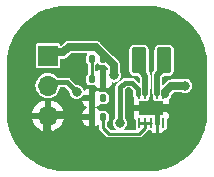
<source format=gbr>
%TF.GenerationSoftware,KiCad,Pcbnew,7.0.9*%
%TF.CreationDate,2024-07-21T15:20:36+08:00*%
%TF.ProjectId,DC-DC boost,44432d44-4320-4626-9f6f-73742e6b6963,rev?*%
%TF.SameCoordinates,Original*%
%TF.FileFunction,Copper,L1,Top*%
%TF.FilePolarity,Positive*%
%FSLAX46Y46*%
G04 Gerber Fmt 4.6, Leading zero omitted, Abs format (unit mm)*
G04 Created by KiCad (PCBNEW 7.0.9) date 2024-07-21 15:20:36*
%MOMM*%
%LPD*%
G01*
G04 APERTURE LIST*
G04 Aperture macros list*
%AMRoundRect*
0 Rectangle with rounded corners*
0 $1 Rounding radius*
0 $2 $3 $4 $5 $6 $7 $8 $9 X,Y pos of 4 corners*
0 Add a 4 corners polygon primitive as box body*
4,1,4,$2,$3,$4,$5,$6,$7,$8,$9,$2,$3,0*
0 Add four circle primitives for the rounded corners*
1,1,$1+$1,$2,$3*
1,1,$1+$1,$4,$5*
1,1,$1+$1,$6,$7*
1,1,$1+$1,$8,$9*
0 Add four rect primitives between the rounded corners*
20,1,$1+$1,$2,$3,$4,$5,0*
20,1,$1+$1,$4,$5,$6,$7,0*
20,1,$1+$1,$6,$7,$8,$9,0*
20,1,$1+$1,$8,$9,$2,$3,0*%
G04 Aperture macros list end*
%TA.AperFunction,SMDPad,CuDef*%
%ADD10RoundRect,0.250000X-0.375000X-0.850000X0.375000X-0.850000X0.375000X0.850000X-0.375000X0.850000X0*%
%TD*%
%TA.AperFunction,SMDPad,CuDef*%
%ADD11RoundRect,0.140000X0.140000X0.170000X-0.140000X0.170000X-0.140000X-0.170000X0.140000X-0.170000X0*%
%TD*%
%TA.AperFunction,ComponentPad*%
%ADD12R,1.700000X1.700000*%
%TD*%
%TA.AperFunction,ComponentPad*%
%ADD13O,1.700000X1.700000*%
%TD*%
%TA.AperFunction,SMDPad,CuDef*%
%ADD14RoundRect,0.140000X-0.140000X-0.170000X0.140000X-0.170000X0.140000X0.170000X-0.140000X0.170000X0*%
%TD*%
%TA.AperFunction,SMDPad,CuDef*%
%ADD15RoundRect,0.062500X-0.062500X0.350000X-0.062500X-0.350000X0.062500X-0.350000X0.062500X0.350000X0*%
%TD*%
%TA.AperFunction,SMDPad,CuDef*%
%ADD16R,2.000000X1.200000*%
%TD*%
%TA.AperFunction,ViaPad*%
%ADD17C,0.800000*%
%TD*%
%TA.AperFunction,Conductor*%
%ADD18C,0.500000*%
%TD*%
%TA.AperFunction,Conductor*%
%ADD19C,0.250000*%
%TD*%
%TA.AperFunction,Conductor*%
%ADD20C,0.650000*%
%TD*%
%TA.AperFunction,Conductor*%
%ADD21C,0.400000*%
%TD*%
G04 APERTURE END LIST*
D10*
%TO.P,FTC252012S1R5MBCA1,1,1*%
%TO.N,Net-(U1-L1)*%
X126200000Y-84600000D03*
%TO.P,FTC252012S1R5MBCA1,2,2*%
%TO.N,Net-(U1-L2)*%
X128350000Y-84600000D03*
%TD*%
D11*
%TO.P,C2,1*%
%TO.N,Net-(U1-EN)*%
X123160000Y-89400000D03*
%TO.P,C2,2*%
%TO.N,Net-(J1-Pin_3)*%
X122200000Y-89400000D03*
%TD*%
D12*
%TO.P,J1,1,Pin_1*%
%TO.N,Net-(J1-Pin_1)*%
X118500000Y-84200000D03*
D13*
%TO.P,J1,2,Pin_2*%
%TO.N,Net-(J1-Pin_2)*%
X118500000Y-86740000D03*
%TO.P,J1,3,Pin_3*%
%TO.N,Net-(J1-Pin_3)*%
X118500000Y-89280000D03*
%TD*%
D11*
%TO.P,C1,1*%
%TO.N,Net-(J1-Pin_2)*%
X123160000Y-87800000D03*
%TO.P,C1,2*%
%TO.N,Net-(J1-Pin_3)*%
X122200000Y-87800000D03*
%TD*%
%TO.P,C3,1*%
%TO.N,Net-(J1-Pin_1)*%
X123160000Y-84500000D03*
%TO.P,C3,2*%
%TO.N,Net-(C3-Pad2)*%
X122200000Y-84500000D03*
%TD*%
D14*
%TO.P,C4,1*%
%TO.N,Net-(C3-Pad2)*%
X122200000Y-86200000D03*
%TO.P,C4,2*%
%TO.N,Net-(J1-Pin_3)*%
X123160000Y-86200000D03*
%TD*%
D15*
%TO.P,U1,1,VOUT*%
%TO.N,Net-(J1-Pin_1)*%
X128250000Y-87462500D03*
%TO.P,U1,2,L2*%
%TO.N,Net-(U1-L2)*%
X127750000Y-87462500D03*
%TO.P,U1,3,PGND*%
%TO.N,Net-(J1-Pin_3)*%
X127250000Y-87462500D03*
%TO.P,U1,4,L1*%
%TO.N,Net-(U1-L1)*%
X126750000Y-87462500D03*
%TO.P,U1,5,VIN*%
%TO.N,Net-(J1-Pin_2)*%
X126250000Y-87462500D03*
%TO.P,U1,6,EN*%
%TO.N,Net-(U1-EN)*%
X126250000Y-89887500D03*
%TO.P,U1,7,PS/SYNC*%
X126750000Y-89887500D03*
%TO.P,U1,8,VINA*%
X127250000Y-89887500D03*
%TO.P,U1,9,GND*%
%TO.N,Net-(J1-Pin_3)*%
X127750000Y-89887500D03*
%TO.P,U1,10,FB*%
%TO.N,Net-(J1-Pin_1)*%
X128250000Y-89887500D03*
D16*
%TO.P,U1,11,PGND*%
%TO.N,Net-(J1-Pin_3)*%
X127250000Y-88675000D03*
%TD*%
D17*
%TO.N,Net-(J1-Pin_1)*%
X124075000Y-85875000D03*
X130125000Y-86750000D03*
%TO.N,Net-(J1-Pin_2)*%
X124600000Y-89900000D03*
X120925000Y-87275000D03*
%TD*%
D18*
%TO.N,Net-(U1-L2)*%
X128070000Y-85505000D02*
X127750000Y-85825000D01*
X127750000Y-85825000D02*
X127750000Y-87462500D01*
X128070000Y-83725000D02*
X128070000Y-85505000D01*
%TO.N,Net-(U1-L1)*%
X125920000Y-85070000D02*
X126750000Y-85900000D01*
X125920000Y-83725000D02*
X125920000Y-85070000D01*
X126750000Y-85900000D02*
X126750000Y-87462500D01*
D19*
%TO.N,Net-(U1-EN)*%
X126250000Y-90800000D02*
X126750000Y-90299999D01*
X123160000Y-90310000D02*
X123160000Y-89400000D01*
X126750000Y-89887500D02*
X126250000Y-89887500D01*
X123650000Y-90800000D02*
X123160000Y-90310000D01*
X126750000Y-90299999D02*
X126750000Y-89887500D01*
X123650000Y-90800000D02*
X126250000Y-90800000D01*
X127250000Y-89887500D02*
X126750000Y-89887500D01*
%TO.N,Net-(C3-Pad2)*%
X122200000Y-86200000D02*
X122200000Y-84500000D01*
D20*
%TO.N,Net-(J1-Pin_1)*%
X128400000Y-87312500D02*
X128400000Y-87462500D01*
X118400000Y-83935000D02*
X119815000Y-83935000D01*
X119815000Y-83935000D02*
X120255000Y-83495000D01*
X128962500Y-86750000D02*
X128400000Y-87312500D01*
X122559999Y-83495000D02*
X123682500Y-84617500D01*
X130125000Y-86750000D02*
X128962500Y-86750000D01*
X124075000Y-85010001D02*
X124075000Y-85875000D01*
X122250000Y-83495000D02*
X122559999Y-83495000D01*
X120255000Y-83495000D02*
X122250000Y-83495000D01*
X123682500Y-84617500D02*
X124075000Y-85010001D01*
D21*
%TO.N,Net-(J1-Pin_2)*%
X118400000Y-86475000D02*
X120125000Y-86475000D01*
X125600000Y-86500000D02*
X126100000Y-87000000D01*
X124600000Y-89900000D02*
X124600000Y-86900000D01*
X125000000Y-86500000D02*
X125600000Y-86500000D01*
X126100000Y-87000000D02*
X126100000Y-87462500D01*
X120125000Y-86475000D02*
X120925000Y-87275000D01*
X124600000Y-86900000D02*
X125000000Y-86500000D01*
D20*
%TO.N,Net-(J1-Pin_3)*%
X128650000Y-88675000D02*
X129325000Y-89350000D01*
D19*
X121300000Y-89400000D02*
X120900000Y-89000000D01*
D20*
X129325000Y-90825000D02*
X128100000Y-92050000D01*
D19*
X123160000Y-86840000D02*
X123160000Y-86200000D01*
D20*
X127250000Y-88675000D02*
X128650000Y-88675000D01*
D19*
X122500000Y-87000000D02*
X123000000Y-87000000D01*
D20*
X128100000Y-92050000D02*
X119850000Y-92050000D01*
D19*
X123000000Y-87000000D02*
X123160000Y-86840000D01*
X120900000Y-89000000D02*
X120885000Y-89015000D01*
D20*
X119850000Y-92050000D02*
X118400000Y-90600000D01*
X129325000Y-89350000D02*
X129325000Y-90825000D01*
D19*
X122200000Y-87800000D02*
X122200000Y-87300000D01*
X122200000Y-87300000D02*
X122500000Y-87000000D01*
D20*
X118400000Y-90600000D02*
X118400000Y-89015000D01*
D19*
X127750000Y-89175000D02*
X127250000Y-88675000D01*
D21*
X127750000Y-89887500D02*
X127750000Y-89175000D01*
D19*
X122200000Y-89400000D02*
X121300000Y-89400000D01*
X120885000Y-89015000D02*
X118400000Y-89015000D01*
X122200000Y-89400000D02*
X122200000Y-87800000D01*
X127250000Y-87462500D02*
X127250000Y-88675000D01*
%TD*%
%TA.AperFunction,Conductor*%
%TO.N,Net-(J1-Pin_3)*%
G36*
X127000995Y-80000541D02*
G01*
X127024393Y-80001508D01*
X127539239Y-80033376D01*
X127540707Y-80033512D01*
X127636782Y-80045488D01*
X127814127Y-80068835D01*
X127873690Y-80079338D01*
X128054283Y-80117204D01*
X128138541Y-80135884D01*
X128240829Y-80158561D01*
X128248408Y-80160592D01*
X128276173Y-80168033D01*
X128369361Y-80195775D01*
X128464559Y-80224117D01*
X128518969Y-80241272D01*
X128658071Y-80285132D01*
X128665330Y-80287773D01*
X128864496Y-80365488D01*
X129053834Y-80443916D01*
X129055217Y-80444539D01*
X129250991Y-80540247D01*
X129432954Y-80634971D01*
X129432958Y-80634973D01*
X129434186Y-80635658D01*
X129528913Y-80692102D01*
X129621387Y-80747205D01*
X129794476Y-80857474D01*
X129794482Y-80857478D01*
X129795551Y-80858199D01*
X129972924Y-80984841D01*
X130135842Y-81109853D01*
X130136736Y-81110574D01*
X130303061Y-81251444D01*
X130454895Y-81390574D01*
X130609424Y-81545103D01*
X130748556Y-81696939D01*
X130889422Y-81863259D01*
X130890141Y-81864151D01*
X131015156Y-82027074D01*
X131015171Y-82027093D01*
X131141792Y-82204438D01*
X131142515Y-82205511D01*
X131252802Y-82378625D01*
X131364330Y-82565792D01*
X131365015Y-82567020D01*
X131459759Y-82749022D01*
X131555454Y-82944771D01*
X131556078Y-82946156D01*
X131634532Y-83135556D01*
X131699616Y-83302353D01*
X131712215Y-83334640D01*
X131714867Y-83341929D01*
X131775908Y-83535527D01*
X131831956Y-83723785D01*
X131841436Y-83759162D01*
X131841436Y-83759163D01*
X131882821Y-83945841D01*
X131920659Y-84126298D01*
X131931161Y-84185856D01*
X131954524Y-84363325D01*
X131976271Y-84537784D01*
X131983352Y-84618723D01*
X131990520Y-84782894D01*
X131999500Y-85000000D01*
X131999500Y-86676049D01*
X131997749Y-89042312D01*
X131990521Y-89217082D01*
X131983352Y-89381276D01*
X131976270Y-89462218D01*
X131954527Y-89636656D01*
X131931161Y-89814143D01*
X131920658Y-89873707D01*
X131882825Y-90054139D01*
X131841436Y-90240836D01*
X131831957Y-90276207D01*
X131775914Y-90464454D01*
X131714867Y-90658072D01*
X131712207Y-90665376D01*
X131634539Y-90864425D01*
X131556076Y-91053847D01*
X131555452Y-91055232D01*
X131459767Y-91250960D01*
X131365011Y-91432984D01*
X131364326Y-91434212D01*
X131252811Y-91621359D01*
X131142509Y-91794496D01*
X131141786Y-91795568D01*
X131015181Y-91972891D01*
X130890156Y-92135829D01*
X130889414Y-92136749D01*
X130748567Y-92303047D01*
X130609413Y-92454907D01*
X130454907Y-92609413D01*
X130303047Y-92748567D01*
X130136749Y-92889414D01*
X130135829Y-92890156D01*
X129972891Y-93015181D01*
X129795568Y-93141786D01*
X129794496Y-93142509D01*
X129621359Y-93252811D01*
X129434212Y-93364326D01*
X129432984Y-93365011D01*
X129250960Y-93459767D01*
X129055232Y-93555452D01*
X129053847Y-93556076D01*
X128864425Y-93634539D01*
X128665376Y-93712207D01*
X128658072Y-93714867D01*
X128464454Y-93775914D01*
X128276207Y-93831957D01*
X128240836Y-93841436D01*
X128054139Y-93882825D01*
X127873707Y-93920658D01*
X127814143Y-93931161D01*
X127636656Y-93954527D01*
X127462218Y-93976270D01*
X127381276Y-93983352D01*
X127217094Y-93990520D01*
X127000000Y-93999500D01*
X120000000Y-93999500D01*
X119782894Y-93990520D01*
X119618723Y-93983352D01*
X119537784Y-93976271D01*
X119363325Y-93954524D01*
X119233865Y-93937481D01*
X119185858Y-93931161D01*
X119155790Y-93925859D01*
X119126293Y-93920658D01*
X118945841Y-93882821D01*
X118759163Y-93841436D01*
X118723789Y-93831957D01*
X118669468Y-93815784D01*
X118535527Y-93775908D01*
X118341929Y-93714867D01*
X118336200Y-93712782D01*
X118334632Y-93712211D01*
X118206985Y-93662404D01*
X118135556Y-93634532D01*
X117946156Y-93556078D01*
X117944771Y-93555454D01*
X117749022Y-93459759D01*
X117567020Y-93365015D01*
X117565804Y-93364337D01*
X117378625Y-93252802D01*
X117205511Y-93142515D01*
X117204438Y-93141792D01*
X117027087Y-93015166D01*
X116990397Y-92987013D01*
X116896554Y-92915005D01*
X116793314Y-92830180D01*
X116729606Y-92776224D01*
X116696933Y-92748551D01*
X116545103Y-92609424D01*
X116390574Y-92454895D01*
X116251444Y-92303061D01*
X116110574Y-92136736D01*
X116109853Y-92135842D01*
X115984832Y-91972911D01*
X115858202Y-91795555D01*
X115857487Y-91794496D01*
X115747194Y-91621369D01*
X115635658Y-91434186D01*
X115634973Y-91432958D01*
X115540248Y-91250993D01*
X115444539Y-91055217D01*
X115443916Y-91053834D01*
X115365488Y-90864496D01*
X115287773Y-90665330D01*
X115285132Y-90658071D01*
X115230638Y-90485239D01*
X115224117Y-90464559D01*
X115187069Y-90340117D01*
X115168033Y-90276173D01*
X115158563Y-90240836D01*
X115117206Y-90054291D01*
X115079338Y-89873690D01*
X115068835Y-89814122D01*
X115063928Y-89776852D01*
X115057713Y-89729644D01*
X115045487Y-89636770D01*
X115032178Y-89530000D01*
X117169363Y-89530000D01*
X117226566Y-89743483D01*
X117226568Y-89743488D01*
X117326398Y-89957577D01*
X117326405Y-89957589D01*
X117461885Y-90151072D01*
X117461891Y-90151079D01*
X117628920Y-90318108D01*
X117628927Y-90318114D01*
X117822410Y-90453594D01*
X117822422Y-90453601D01*
X118036511Y-90553431D01*
X118036516Y-90553433D01*
X118250000Y-90610634D01*
X118250000Y-89715501D01*
X118357685Y-89764680D01*
X118464237Y-89780000D01*
X118535763Y-89780000D01*
X118642315Y-89764680D01*
X118750000Y-89715501D01*
X118750000Y-90610634D01*
X118963483Y-90553433D01*
X118963488Y-90553431D01*
X119177577Y-90453601D01*
X119177589Y-90453594D01*
X119371072Y-90318114D01*
X119371079Y-90318108D01*
X119538108Y-90151079D01*
X119538114Y-90151072D01*
X119673594Y-89957589D01*
X119673601Y-89957577D01*
X119773431Y-89743488D01*
X119773433Y-89743483D01*
X119798482Y-89650000D01*
X121421210Y-89650000D01*
X121422854Y-89670913D01*
X121467969Y-89826198D01*
X121550277Y-89965373D01*
X121550281Y-89965378D01*
X121664621Y-90079718D01*
X121664626Y-90079722D01*
X121803802Y-90162031D01*
X121949999Y-90204505D01*
X121950000Y-90204504D01*
X121950000Y-89650000D01*
X121421210Y-89650000D01*
X119798482Y-89650000D01*
X119830636Y-89530000D01*
X118933686Y-89530000D01*
X118959493Y-89489844D01*
X119000000Y-89351889D01*
X119000000Y-89208111D01*
X118982937Y-89149999D01*
X121421208Y-89149999D01*
X121421209Y-89150000D01*
X121950000Y-89150000D01*
X121950000Y-88050000D01*
X121421210Y-88050000D01*
X121422854Y-88070913D01*
X121467969Y-88226198D01*
X121550277Y-88365373D01*
X121550281Y-88365378D01*
X121664621Y-88479718D01*
X121664626Y-88479722D01*
X121796688Y-88557824D01*
X121819206Y-88587814D01*
X121813921Y-88624943D01*
X121796688Y-88642176D01*
X121664626Y-88720277D01*
X121664621Y-88720281D01*
X121550281Y-88834621D01*
X121550277Y-88834626D01*
X121467969Y-88973801D01*
X121422854Y-89129085D01*
X121422854Y-89129086D01*
X121421208Y-89149999D01*
X118982937Y-89149999D01*
X118959493Y-89070156D01*
X118933686Y-89030000D01*
X119830636Y-89030000D01*
X119830636Y-89029999D01*
X119773433Y-88816516D01*
X119773432Y-88816511D01*
X119673601Y-88602423D01*
X119673594Y-88602411D01*
X119538114Y-88408927D01*
X119538108Y-88408920D01*
X119371079Y-88241891D01*
X119371072Y-88241885D01*
X119177589Y-88106405D01*
X119177577Y-88106398D01*
X118963488Y-88006568D01*
X118963483Y-88006566D01*
X118750000Y-87949363D01*
X118750000Y-88844498D01*
X118642315Y-88795320D01*
X118535763Y-88780000D01*
X118464237Y-88780000D01*
X118357685Y-88795320D01*
X118250000Y-88844498D01*
X118250000Y-87949363D01*
X118249999Y-87949363D01*
X118036516Y-88006566D01*
X118036511Y-88006567D01*
X117822423Y-88106398D01*
X117822411Y-88106405D01*
X117628927Y-88241885D01*
X117628920Y-88241891D01*
X117461891Y-88408920D01*
X117461885Y-88408927D01*
X117326405Y-88602411D01*
X117326398Y-88602423D01*
X117226567Y-88816511D01*
X117226566Y-88816516D01*
X117169363Y-89029999D01*
X117169364Y-89030000D01*
X118066314Y-89030000D01*
X118040507Y-89070156D01*
X118000000Y-89208111D01*
X118000000Y-89351889D01*
X118040507Y-89489844D01*
X118066314Y-89530000D01*
X117169363Y-89530000D01*
X115032178Y-89530000D01*
X115023725Y-89462188D01*
X115016743Y-89382373D01*
X115016647Y-89381276D01*
X115009489Y-89217342D01*
X115009478Y-89217082D01*
X115000500Y-89000000D01*
X115000500Y-88999500D01*
X115000500Y-86740000D01*
X117444417Y-86740000D01*
X117464700Y-86945934D01*
X117524768Y-87143954D01*
X117622315Y-87326450D01*
X117753590Y-87486410D01*
X117913550Y-87617685D01*
X118096046Y-87715232D01*
X118294066Y-87775300D01*
X118500000Y-87795583D01*
X118705934Y-87775300D01*
X118903954Y-87715232D01*
X119086450Y-87617685D01*
X119246410Y-87486410D01*
X119377685Y-87326450D01*
X119475232Y-87143954D01*
X119535300Y-86945934D01*
X119537884Y-86919696D01*
X119555563Y-86886622D01*
X119586648Y-86875500D01*
X119938811Y-86875500D01*
X119973459Y-86889852D01*
X120306801Y-87223194D01*
X120321153Y-87257842D01*
X120320734Y-87264234D01*
X120319318Y-87274996D01*
X120319318Y-87274998D01*
X120319318Y-87275000D01*
X120322086Y-87296028D01*
X120339955Y-87431761D01*
X120400461Y-87577836D01*
X120400464Y-87577841D01*
X120494845Y-87700842D01*
X120496718Y-87703282D01*
X120622159Y-87799536D01*
X120622161Y-87799536D01*
X120622163Y-87799538D01*
X120702728Y-87832909D01*
X120768238Y-87860044D01*
X120925000Y-87880682D01*
X121081762Y-87860044D01*
X121227841Y-87799536D01*
X121353282Y-87703282D01*
X121449536Y-87577841D01*
X121449538Y-87577834D01*
X121451144Y-87575056D01*
X121452783Y-87576002D01*
X121475060Y-87553729D01*
X121493809Y-87550000D01*
X121950000Y-87550000D01*
X121950000Y-86995494D01*
X121949999Y-86995493D01*
X121803801Y-87037969D01*
X121664626Y-87120277D01*
X121664620Y-87120282D01*
X121598524Y-87186378D01*
X121563876Y-87200730D01*
X121529228Y-87186378D01*
X121515295Y-87158125D01*
X121513429Y-87143954D01*
X121510044Y-87118238D01*
X121449538Y-86972163D01*
X121449535Y-86972158D01*
X121441764Y-86962031D01*
X121353282Y-86846718D01*
X121295542Y-86802413D01*
X121227841Y-86750464D01*
X121227836Y-86750461D01*
X121081761Y-86689955D01*
X120945637Y-86672034D01*
X120925000Y-86669318D01*
X120924999Y-86669318D01*
X120924996Y-86669318D01*
X120914234Y-86670734D01*
X120878010Y-86661025D01*
X120873194Y-86656801D01*
X120385311Y-86168917D01*
X120385282Y-86168890D01*
X120363343Y-86146951D01*
X120363342Y-86146950D01*
X120338340Y-86134210D01*
X120331789Y-86130195D01*
X120309090Y-86113703D01*
X120282403Y-86105032D01*
X120275300Y-86102090D01*
X120250303Y-86089353D01*
X120250304Y-86089353D01*
X120222589Y-86084963D01*
X120215118Y-86083170D01*
X120200763Y-86078506D01*
X120188434Y-86074500D01*
X120188433Y-86074500D01*
X120156519Y-86074500D01*
X119335986Y-86074500D01*
X119301338Y-86060148D01*
X119298109Y-86056585D01*
X119246412Y-85993592D01*
X119242159Y-85990102D01*
X119086450Y-85862315D01*
X118905720Y-85765712D01*
X118903956Y-85764769D01*
X118903955Y-85764768D01*
X118903954Y-85764768D01*
X118705934Y-85704700D01*
X118500000Y-85684417D01*
X118294065Y-85704700D01*
X118294064Y-85704700D01*
X118096043Y-85764769D01*
X117913548Y-85862316D01*
X117753590Y-85993590D01*
X117622316Y-86153548D01*
X117524769Y-86336043D01*
X117464700Y-86534064D01*
X117464700Y-86534065D01*
X117445830Y-86725658D01*
X117444417Y-86740000D01*
X115000500Y-86740000D01*
X115000500Y-85069748D01*
X117449500Y-85069748D01*
X117461133Y-85128231D01*
X117478882Y-85154795D01*
X117505447Y-85194552D01*
X117532012Y-85212301D01*
X117571769Y-85238867D01*
X117630252Y-85250500D01*
X117630255Y-85250500D01*
X119369745Y-85250500D01*
X119369748Y-85250500D01*
X119428231Y-85238867D01*
X119494552Y-85194552D01*
X119538867Y-85128231D01*
X119550500Y-85069748D01*
X119550500Y-84509500D01*
X119564852Y-84474852D01*
X119599500Y-84460500D01*
X119806016Y-84460500D01*
X119869239Y-84462660D01*
X119869240Y-84462659D01*
X119869245Y-84462660D01*
X119912036Y-84452231D01*
X119914468Y-84451769D01*
X119958111Y-84445771D01*
X119979280Y-84436575D01*
X119987183Y-84433917D01*
X120009594Y-84428457D01*
X120047970Y-84406878D01*
X120050204Y-84405768D01*
X120090609Y-84388219D01*
X120108505Y-84373658D01*
X120115404Y-84368962D01*
X120135512Y-84357658D01*
X120166660Y-84326508D01*
X120168508Y-84324841D01*
X120202665Y-84297054D01*
X120215966Y-84278207D01*
X120221344Y-84271823D01*
X120458317Y-84034852D01*
X120492965Y-84020500D01*
X121769663Y-84020500D01*
X121804311Y-84034852D01*
X121818663Y-84069500D01*
X121804311Y-84104148D01*
X121776777Y-84131681D01*
X121776776Y-84131683D01*
X121726029Y-84240510D01*
X121726028Y-84240511D01*
X121719500Y-84290102D01*
X121719500Y-84709896D01*
X121719501Y-84709901D01*
X121726027Y-84759487D01*
X121776776Y-84868316D01*
X121776777Y-84868318D01*
X121860148Y-84951689D01*
X121874500Y-84986337D01*
X121874500Y-85713663D01*
X121860148Y-85748311D01*
X121776777Y-85831681D01*
X121776776Y-85831683D01*
X121726029Y-85940510D01*
X121726028Y-85940511D01*
X121719500Y-85990102D01*
X121719500Y-86409896D01*
X121719501Y-86409901D01*
X121726027Y-86459487D01*
X121776776Y-86568316D01*
X121776777Y-86568318D01*
X121861681Y-86653222D01*
X121861683Y-86653223D01*
X121861684Y-86653224D01*
X121970513Y-86703972D01*
X122020099Y-86710500D01*
X122379900Y-86710499D01*
X122429487Y-86703972D01*
X122429495Y-86703968D01*
X122430891Y-86703562D01*
X122431827Y-86703664D01*
X122433205Y-86703483D01*
X122433249Y-86703819D01*
X122468172Y-86707636D01*
X122486790Y-86725658D01*
X122510277Y-86765373D01*
X122510281Y-86765378D01*
X122624621Y-86879718D01*
X122624626Y-86879722D01*
X122763802Y-86962031D01*
X122909999Y-87004505D01*
X122910000Y-87004504D01*
X122910000Y-85395494D01*
X122909999Y-85395493D01*
X122763801Y-85437969D01*
X122624626Y-85520277D01*
X122624621Y-85520281D01*
X122609148Y-85535755D01*
X122574500Y-85550107D01*
X122539852Y-85535755D01*
X122525500Y-85501107D01*
X122525500Y-84986337D01*
X122539852Y-84951689D01*
X122623222Y-84868318D01*
X122623224Y-84868316D01*
X122635591Y-84841795D01*
X122663241Y-84816458D01*
X122700708Y-84818094D01*
X122724409Y-84841795D01*
X122736776Y-84868316D01*
X122736777Y-84868318D01*
X122821681Y-84953222D01*
X122821683Y-84953223D01*
X122821684Y-84953224D01*
X122930513Y-85003972D01*
X122980099Y-85010500D01*
X123312033Y-85010499D01*
X123346681Y-85024851D01*
X123535148Y-85213317D01*
X123549500Y-85247965D01*
X123549500Y-85370760D01*
X123535148Y-85405408D01*
X123500500Y-85419760D01*
X123486830Y-85417814D01*
X123410000Y-85395493D01*
X123410000Y-87004505D01*
X123556197Y-86962031D01*
X123695373Y-86879722D01*
X123695378Y-86879718D01*
X123809718Y-86765378D01*
X123809722Y-86765373D01*
X123892031Y-86626197D01*
X123927752Y-86503244D01*
X123951200Y-86473975D01*
X123981200Y-86468333D01*
X124075000Y-86480682D01*
X124231762Y-86460044D01*
X124377841Y-86399536D01*
X124456199Y-86339409D01*
X124492420Y-86329704D01*
X124524899Y-86348455D01*
X124534606Y-86384680D01*
X124520673Y-86412933D01*
X124294516Y-86639091D01*
X124294513Y-86639092D01*
X124294514Y-86639093D01*
X124271951Y-86661657D01*
X124271949Y-86661659D01*
X124259210Y-86686658D01*
X124255196Y-86693208D01*
X124238704Y-86715909D01*
X124230032Y-86742595D01*
X124227092Y-86749693D01*
X124214354Y-86774695D01*
X124214353Y-86774700D01*
X124209962Y-86802413D01*
X124208168Y-86809885D01*
X124199500Y-86836564D01*
X124199500Y-89426236D01*
X124185148Y-89460884D01*
X124180330Y-89465110D01*
X124171716Y-89471719D01*
X124075464Y-89597158D01*
X124075461Y-89597163D01*
X124014955Y-89743238D01*
X123994318Y-89900000D01*
X124014955Y-90056761D01*
X124075461Y-90202836D01*
X124075464Y-90202841D01*
X124131759Y-90276207D01*
X124171718Y-90328282D01*
X124241177Y-90381580D01*
X124247754Y-90386626D01*
X124266506Y-90419104D01*
X124256799Y-90455329D01*
X124224321Y-90474081D01*
X124217925Y-90474500D01*
X123805122Y-90474500D01*
X123770474Y-90460148D01*
X123499852Y-90189526D01*
X123485500Y-90154878D01*
X123485500Y-89886337D01*
X123499852Y-89851689D01*
X123583222Y-89768318D01*
X123583224Y-89768316D01*
X123633972Y-89659487D01*
X123640500Y-89609901D01*
X123640499Y-89190100D01*
X123633972Y-89140513D01*
X123628643Y-89129086D01*
X123588180Y-89042312D01*
X123583224Y-89031684D01*
X123583223Y-89031683D01*
X123583222Y-89031681D01*
X123498318Y-88946777D01*
X123498316Y-88946776D01*
X123389489Y-88896029D01*
X123389488Y-88896028D01*
X123379569Y-88894722D01*
X123339901Y-88889500D01*
X123339897Y-88889500D01*
X122980103Y-88889500D01*
X122980098Y-88889501D01*
X122930508Y-88896028D01*
X122929088Y-88896442D01*
X122928148Y-88896338D01*
X122926795Y-88896517D01*
X122926751Y-88896185D01*
X122891808Y-88892352D01*
X122873209Y-88874340D01*
X122849722Y-88834626D01*
X122849718Y-88834621D01*
X122735378Y-88720281D01*
X122735373Y-88720277D01*
X122603311Y-88642176D01*
X122580793Y-88612186D01*
X122586078Y-88575057D01*
X122603311Y-88557824D01*
X122735373Y-88479722D01*
X122735378Y-88479718D01*
X122849718Y-88365378D01*
X122873207Y-88325659D01*
X122903197Y-88303141D01*
X122926790Y-88303520D01*
X122926796Y-88303482D01*
X122927133Y-88303526D01*
X122929095Y-88303558D01*
X122930507Y-88303969D01*
X122930513Y-88303972D01*
X122980099Y-88310500D01*
X123339900Y-88310499D01*
X123389487Y-88303972D01*
X123498316Y-88253224D01*
X123583224Y-88168316D01*
X123633972Y-88059487D01*
X123640500Y-88009901D01*
X123640499Y-87590100D01*
X123633972Y-87540513D01*
X123631274Y-87534728D01*
X123583260Y-87431762D01*
X123583224Y-87431684D01*
X123583223Y-87431683D01*
X123583222Y-87431681D01*
X123498318Y-87346777D01*
X123498316Y-87346776D01*
X123389489Y-87296029D01*
X123389488Y-87296028D01*
X123379569Y-87294722D01*
X123339901Y-87289500D01*
X123339897Y-87289500D01*
X122980103Y-87289500D01*
X122980098Y-87289501D01*
X122930508Y-87296028D01*
X122929088Y-87296442D01*
X122928148Y-87296338D01*
X122926795Y-87296517D01*
X122926751Y-87296185D01*
X122891808Y-87292352D01*
X122873209Y-87274340D01*
X122849722Y-87234626D01*
X122849718Y-87234621D01*
X122735378Y-87120281D01*
X122735373Y-87120277D01*
X122596198Y-87037969D01*
X122450000Y-86995493D01*
X122450000Y-90204505D01*
X122596197Y-90162031D01*
X122735373Y-90079722D01*
X122735378Y-90079718D01*
X122750852Y-90064245D01*
X122785500Y-90049893D01*
X122820148Y-90064245D01*
X122834500Y-90098893D01*
X122834500Y-90294710D01*
X122834407Y-90296846D01*
X122830736Y-90338807D01*
X122841637Y-90379493D01*
X122842100Y-90381580D01*
X122849411Y-90423044D01*
X122849412Y-90423046D01*
X122853455Y-90430048D01*
X122858351Y-90441867D01*
X122860445Y-90449682D01*
X122860444Y-90449682D01*
X122884601Y-90484182D01*
X122885744Y-90485977D01*
X122893313Y-90499085D01*
X122906804Y-90522453D01*
X122906806Y-90522455D01*
X122939072Y-90549530D01*
X122940649Y-90550975D01*
X123409025Y-91019351D01*
X123410470Y-91020928D01*
X123437544Y-91053193D01*
X123437545Y-91053195D01*
X123461449Y-91066995D01*
X123474029Y-91074258D01*
X123475806Y-91075390D01*
X123510316Y-91099554D01*
X123518128Y-91101646D01*
X123529943Y-91106539D01*
X123536955Y-91110588D01*
X123573419Y-91117017D01*
X123578424Y-91117900D01*
X123580508Y-91118362D01*
X123621193Y-91129264D01*
X123657933Y-91126049D01*
X123663157Y-91125593D01*
X123665293Y-91125500D01*
X126234710Y-91125500D01*
X126236846Y-91125593D01*
X126244900Y-91126297D01*
X126278807Y-91129264D01*
X126319495Y-91118361D01*
X126321574Y-91117900D01*
X126363045Y-91110588D01*
X126370054Y-91106540D01*
X126381871Y-91101646D01*
X126389684Y-91099554D01*
X126424179Y-91075400D01*
X126425978Y-91074253D01*
X126462455Y-91053194D01*
X126489545Y-91020908D01*
X126490943Y-91019382D01*
X126969380Y-90540944D01*
X126970918Y-90539536D01*
X127003194Y-90512454D01*
X127011114Y-90498734D01*
X127040865Y-90475905D01*
X127078048Y-90480799D01*
X127080760Y-90482485D01*
X127084883Y-90485240D01*
X127084885Y-90485241D01*
X127163960Y-90500970D01*
X127163744Y-90502050D01*
X127193748Y-90518081D01*
X127194750Y-90519344D01*
X127286319Y-90638679D01*
X127286320Y-90638680D01*
X127403822Y-90728842D01*
X127403827Y-90728845D01*
X127540658Y-90785522D01*
X127624998Y-90796625D01*
X127625000Y-90796624D01*
X127625000Y-89811500D01*
X127639352Y-89776852D01*
X127674000Y-89762500D01*
X127826000Y-89762500D01*
X127860648Y-89776852D01*
X127875000Y-89811500D01*
X127875000Y-90796624D01*
X127875001Y-90796625D01*
X127959341Y-90785522D01*
X128096172Y-90728845D01*
X128096177Y-90728842D01*
X128213677Y-90638681D01*
X128305248Y-90519343D01*
X128336145Y-90501504D01*
X128336039Y-90500968D01*
X128337617Y-90500653D01*
X128337727Y-90500591D01*
X128338217Y-90500534D01*
X128338392Y-90500499D01*
X128338400Y-90500499D01*
X128415117Y-90485240D01*
X128502112Y-90427112D01*
X128560240Y-90340117D01*
X128575500Y-90263401D01*
X128575499Y-89680438D01*
X128589851Y-89645791D01*
X128595134Y-89641212D01*
X128607190Y-89632186D01*
X128693351Y-89517091D01*
X128743598Y-89382373D01*
X128743598Y-89382372D01*
X128750000Y-89322834D01*
X128750000Y-88925000D01*
X125750000Y-88925000D01*
X125750000Y-89322834D01*
X125756401Y-89382372D01*
X125756401Y-89382373D01*
X125806648Y-89517091D01*
X125892810Y-89632188D01*
X125904864Y-89641211D01*
X125924001Y-89673464D01*
X125924500Y-89680438D01*
X125924500Y-90263396D01*
X125939760Y-90340117D01*
X125978621Y-90398277D01*
X125985937Y-90435060D01*
X125965102Y-90466242D01*
X125937879Y-90474500D01*
X124982075Y-90474500D01*
X124947427Y-90460148D01*
X124933075Y-90425500D01*
X124947427Y-90390852D01*
X124952246Y-90386626D01*
X125028282Y-90328282D01*
X125124536Y-90202841D01*
X125185044Y-90056762D01*
X125205682Y-89900000D01*
X125185044Y-89743238D01*
X125150353Y-89659487D01*
X125124538Y-89597163D01*
X125124535Y-89597158D01*
X125028283Y-89471719D01*
X125019670Y-89465110D01*
X125000919Y-89432631D01*
X125000500Y-89426236D01*
X125000500Y-87086188D01*
X125014852Y-87051540D01*
X125151540Y-86914852D01*
X125186188Y-86900500D01*
X125413811Y-86900500D01*
X125448459Y-86914852D01*
X125685148Y-87151541D01*
X125699500Y-87186189D01*
X125699500Y-87494019D01*
X125714354Y-87587804D01*
X125714354Y-87587805D01*
X125714355Y-87587807D01*
X125714355Y-87587809D01*
X125771945Y-87700835D01*
X125771950Y-87700842D01*
X125818309Y-87747201D01*
X125832661Y-87781849D01*
X125822889Y-87811212D01*
X125806648Y-87832909D01*
X125756401Y-87967626D01*
X125756401Y-87967627D01*
X125750000Y-88027165D01*
X125750000Y-88425000D01*
X127000000Y-88425000D01*
X127000000Y-88020135D01*
X127008256Y-87992915D01*
X127060240Y-87915117D01*
X127075500Y-87838401D01*
X127075499Y-87799916D01*
X127084014Y-87772314D01*
X127160472Y-87660173D01*
X127160473Y-87660170D01*
X127185869Y-87577836D01*
X127200500Y-87530402D01*
X127200500Y-85926677D01*
X127200654Y-85923932D01*
X127201808Y-85913690D01*
X127216898Y-85886386D01*
X127215121Y-85885571D01*
X127283284Y-85885571D01*
X127288809Y-85888625D01*
X127299500Y-85919176D01*
X127299500Y-87496262D01*
X127307600Y-87550000D01*
X127314652Y-87596788D01*
X127314654Y-87596795D01*
X127373572Y-87719138D01*
X127373573Y-87719139D01*
X127373574Y-87719140D01*
X127373575Y-87719142D01*
X127411420Y-87759930D01*
X127424500Y-87793256D01*
X127424500Y-87838396D01*
X127424501Y-87838400D01*
X127439760Y-87915117D01*
X127491743Y-87992915D01*
X127500000Y-88020135D01*
X127500000Y-88425000D01*
X128750000Y-88425000D01*
X128750000Y-88027165D01*
X128743598Y-87967623D01*
X128725427Y-87918905D01*
X128726765Y-87881426D01*
X128737889Y-87865972D01*
X128811469Y-87797255D01*
X128886526Y-87673828D01*
X128923813Y-87540745D01*
X128936345Y-87519323D01*
X129165817Y-87289852D01*
X129200465Y-87275500D01*
X129814740Y-87275500D01*
X129833491Y-87279230D01*
X129968238Y-87335044D01*
X130125000Y-87355682D01*
X130281762Y-87335044D01*
X130427841Y-87274536D01*
X130553282Y-87178282D01*
X130649536Y-87052841D01*
X130710044Y-86906762D01*
X130730682Y-86750000D01*
X130710044Y-86593238D01*
X130663422Y-86480682D01*
X130649538Y-86447163D01*
X130649535Y-86447158D01*
X130623273Y-86412933D01*
X130553282Y-86321718D01*
X130551921Y-86320674D01*
X130427841Y-86225464D01*
X130427836Y-86225461D01*
X130281761Y-86164955D01*
X130125000Y-86144318D01*
X129968238Y-86164955D01*
X129833491Y-86220770D01*
X129814740Y-86224500D01*
X128971484Y-86224500D01*
X128908261Y-86222339D01*
X128908252Y-86222340D01*
X128865482Y-86232762D01*
X128863018Y-86233230D01*
X128819394Y-86239227D01*
X128819380Y-86239231D01*
X128798222Y-86248421D01*
X128790306Y-86251083D01*
X128767907Y-86256542D01*
X128767905Y-86256542D01*
X128729527Y-86278120D01*
X128727280Y-86279236D01*
X128686891Y-86296780D01*
X128668995Y-86311340D01*
X128662089Y-86316040D01*
X128641988Y-86327342D01*
X128641984Y-86327345D01*
X128610851Y-86358477D01*
X128608989Y-86360158D01*
X128574836Y-86387944D01*
X128561531Y-86406792D01*
X128556149Y-86413180D01*
X128284148Y-86685182D01*
X128249500Y-86699534D01*
X128214852Y-86685182D01*
X128200500Y-86650534D01*
X128200500Y-86031900D01*
X128214852Y-85997252D01*
X128297252Y-85914852D01*
X128331900Y-85900500D01*
X128779256Y-85900500D01*
X128779266Y-85900500D01*
X128809699Y-85897646D01*
X128937882Y-85852793D01*
X129047150Y-85772150D01*
X129070655Y-85740302D01*
X129127791Y-85662885D01*
X129127791Y-85662884D01*
X129127793Y-85662882D01*
X129172646Y-85534699D01*
X129175500Y-85504266D01*
X129175500Y-83695734D01*
X129172646Y-83665301D01*
X129139983Y-83571956D01*
X129127795Y-83537123D01*
X129127791Y-83537114D01*
X129047150Y-83427849D01*
X128937885Y-83347208D01*
X128937876Y-83347204D01*
X128809698Y-83302353D01*
X128779275Y-83299500D01*
X128779266Y-83299500D01*
X128235813Y-83299500D01*
X128224909Y-83298271D01*
X128104049Y-83270685D01*
X128104046Y-83270685D01*
X128075724Y-83272807D01*
X127968624Y-83280833D01*
X127927603Y-83296932D01*
X127914277Y-83300105D01*
X127890302Y-83302353D01*
X127890300Y-83302353D01*
X127762123Y-83347204D01*
X127762114Y-83347208D01*
X127652849Y-83427849D01*
X127572208Y-83537114D01*
X127572204Y-83537123D01*
X127527353Y-83665300D01*
X127527353Y-83665301D01*
X127524500Y-83695724D01*
X127524500Y-85393100D01*
X127510148Y-85427748D01*
X127510148Y-85427749D01*
X127450314Y-85487581D01*
X127448265Y-85489413D01*
X127416033Y-85515118D01*
X127416025Y-85515126D01*
X127382519Y-85564271D01*
X127347208Y-85612115D01*
X127347204Y-85612121D01*
X127346496Y-85614146D01*
X127340745Y-85625539D01*
X127339529Y-85627323D01*
X127339528Y-85627325D01*
X127321992Y-85684178D01*
X127302353Y-85740301D01*
X127302353Y-85740302D01*
X127302272Y-85742454D01*
X127300134Y-85755039D01*
X127299500Y-85757093D01*
X127299500Y-85816574D01*
X127298129Y-85853215D01*
X127283284Y-85885571D01*
X127215121Y-85885571D01*
X127213243Y-85884710D01*
X127201018Y-85860494D01*
X127194211Y-85824520D01*
X127185348Y-85765713D01*
X127184422Y-85763791D01*
X127180420Y-85751629D01*
X127180023Y-85749529D01*
X127180021Y-85749523D01*
X127152226Y-85696936D01*
X127135824Y-85662876D01*
X127126425Y-85643358D01*
X127124967Y-85641787D01*
X127117563Y-85631351D01*
X127116565Y-85629462D01*
X127074516Y-85587413D01*
X127037829Y-85547874D01*
X127024784Y-85512715D01*
X127024965Y-85509966D01*
X127025500Y-85504266D01*
X127025500Y-83695734D01*
X127022646Y-83665301D01*
X126989983Y-83571956D01*
X126977795Y-83537123D01*
X126977791Y-83537114D01*
X126897150Y-83427849D01*
X126787885Y-83347208D01*
X126787876Y-83347204D01*
X126659698Y-83302353D01*
X126629275Y-83299500D01*
X126629266Y-83299500D01*
X126085813Y-83299500D01*
X126074909Y-83298271D01*
X125954049Y-83270685D01*
X125954046Y-83270685D01*
X125925724Y-83272807D01*
X125818624Y-83280833D01*
X125777603Y-83296932D01*
X125764277Y-83300105D01*
X125740302Y-83302353D01*
X125740300Y-83302353D01*
X125612123Y-83347204D01*
X125612114Y-83347208D01*
X125502849Y-83427849D01*
X125422208Y-83537114D01*
X125422204Y-83537123D01*
X125377353Y-83665300D01*
X125377353Y-83665301D01*
X125374500Y-83695724D01*
X125374500Y-85504275D01*
X125377353Y-85534698D01*
X125377353Y-85534699D01*
X125422204Y-85662876D01*
X125422208Y-85662885D01*
X125502849Y-85772150D01*
X125612114Y-85852791D01*
X125612117Y-85852792D01*
X125612118Y-85852793D01*
X125612120Y-85852793D01*
X125612123Y-85852795D01*
X125714520Y-85888625D01*
X125740301Y-85897646D01*
X125770734Y-85900500D01*
X126093101Y-85900500D01*
X126127749Y-85914852D01*
X126285148Y-86072251D01*
X126299500Y-86106899D01*
X126299500Y-86514810D01*
X126285148Y-86549458D01*
X126250500Y-86563810D01*
X126215852Y-86549458D01*
X125860311Y-86193917D01*
X125860282Y-86193890D01*
X125838343Y-86171951D01*
X125838342Y-86171950D01*
X125813340Y-86159210D01*
X125806789Y-86155195D01*
X125784090Y-86138703D01*
X125757403Y-86130032D01*
X125750300Y-86127090D01*
X125725303Y-86114353D01*
X125725304Y-86114353D01*
X125697589Y-86109963D01*
X125690118Y-86108170D01*
X125671405Y-86102090D01*
X125663434Y-86099500D01*
X125663433Y-86099500D01*
X125631519Y-86099500D01*
X124968481Y-86099500D01*
X124967488Y-86099500D01*
X124967464Y-86099501D01*
X124936565Y-86099501D01*
X124909887Y-86108169D01*
X124902413Y-86109963D01*
X124874696Y-86114353D01*
X124874693Y-86114354D01*
X124849692Y-86127092D01*
X124842592Y-86130033D01*
X124815913Y-86138702D01*
X124815907Y-86138705D01*
X124793206Y-86155197D01*
X124786655Y-86159212D01*
X124761661Y-86171948D01*
X124761654Y-86171953D01*
X124739091Y-86194517D01*
X124612932Y-86320675D01*
X124578284Y-86335026D01*
X124543635Y-86320674D01*
X124529284Y-86286026D01*
X124539408Y-86256201D01*
X124599536Y-86177841D01*
X124660044Y-86031762D01*
X124680682Y-85875000D01*
X124660044Y-85718238D01*
X124604230Y-85583491D01*
X124600500Y-85564740D01*
X124600500Y-85018985D01*
X124602660Y-84955763D01*
X124602659Y-84955761D01*
X124602660Y-84955757D01*
X124592235Y-84912981D01*
X124591767Y-84910516D01*
X124585771Y-84866890D01*
X124576577Y-84845726D01*
X124573918Y-84837819D01*
X124568458Y-84815408D01*
X124546873Y-84777020D01*
X124545764Y-84774786D01*
X124539119Y-84759487D01*
X124528219Y-84734392D01*
X124513658Y-84716494D01*
X124508963Y-84709597D01*
X124497658Y-84689490D01*
X124466516Y-84658348D01*
X124464844Y-84656495D01*
X124437056Y-84622338D01*
X124437048Y-84622330D01*
X124418211Y-84609035D01*
X124411819Y-84603651D01*
X124028665Y-84220496D01*
X122937925Y-83129756D01*
X122894755Y-83083532D01*
X122894754Y-83083531D01*
X122857142Y-83060658D01*
X122855067Y-83059246D01*
X122819975Y-83032635D01*
X122798508Y-83024169D01*
X122791028Y-83020453D01*
X122771329Y-83008474D01*
X122771327Y-83008473D01*
X122728936Y-82996596D01*
X122726558Y-82995796D01*
X122691736Y-82982065D01*
X122685588Y-82979641D01*
X122676136Y-82978669D01*
X122662639Y-82977281D01*
X122654434Y-82975721D01*
X122632228Y-82969500D01*
X122632227Y-82969500D01*
X122588194Y-82969500D01*
X122585687Y-82969371D01*
X122541891Y-82964868D01*
X122519159Y-82968788D01*
X122510834Y-82969500D01*
X120263984Y-82969500D01*
X120200761Y-82967339D01*
X120200752Y-82967340D01*
X120157982Y-82977762D01*
X120155518Y-82978230D01*
X120111894Y-82984227D01*
X120111880Y-82984231D01*
X120090722Y-82993421D01*
X120082806Y-82996083D01*
X120060407Y-83001542D01*
X120060405Y-83001542D01*
X120022025Y-83023121D01*
X120019778Y-83024237D01*
X119979391Y-83041780D01*
X119961496Y-83056338D01*
X119954594Y-83061036D01*
X119943866Y-83067068D01*
X119934488Y-83072342D01*
X119934487Y-83072343D01*
X119903346Y-83103482D01*
X119901483Y-83105162D01*
X119867332Y-83132948D01*
X119854033Y-83151789D01*
X119848650Y-83158179D01*
X119634148Y-83372682D01*
X119599500Y-83387034D01*
X119564852Y-83372682D01*
X119550500Y-83338034D01*
X119550500Y-83330255D01*
X119550500Y-83330252D01*
X119538867Y-83271769D01*
X119512301Y-83232012D01*
X119494552Y-83205447D01*
X119454795Y-83178882D01*
X119428231Y-83161133D01*
X119369748Y-83149500D01*
X117630252Y-83149500D01*
X117571769Y-83161133D01*
X117505447Y-83205447D01*
X117461857Y-83270685D01*
X117461133Y-83271769D01*
X117449500Y-83330252D01*
X117449500Y-85069748D01*
X115000500Y-85069748D01*
X115000500Y-85000000D01*
X115009491Y-84782602D01*
X115016647Y-84618723D01*
X115023725Y-84537806D01*
X115045510Y-84363042D01*
X115046220Y-84357658D01*
X115056679Y-84278210D01*
X115068838Y-84185856D01*
X115079335Y-84126323D01*
X115117209Y-83945691D01*
X115158563Y-83759163D01*
X115168022Y-83723858D01*
X115224115Y-83535447D01*
X115285132Y-83341927D01*
X115285760Y-83340199D01*
X115287767Y-83334684D01*
X115365495Y-83135484D01*
X115443913Y-82946170D01*
X115444524Y-82944813D01*
X115540282Y-82748937D01*
X115634995Y-82566997D01*
X115635635Y-82565851D01*
X115747213Y-82378598D01*
X115787396Y-82315522D01*
X115857511Y-82205464D01*
X115858157Y-82204507D01*
X115984851Y-82027061D01*
X116003362Y-82002936D01*
X116109857Y-81864149D01*
X116110521Y-81863326D01*
X116251465Y-81696913D01*
X116390552Y-81545126D01*
X116545126Y-81390552D01*
X116696913Y-81251465D01*
X116863326Y-81110520D01*
X116864146Y-81109859D01*
X117027054Y-80984856D01*
X117204507Y-80858157D01*
X117205464Y-80857511D01*
X117315522Y-80787396D01*
X117378601Y-80747212D01*
X117378628Y-80747196D01*
X117565851Y-80635635D01*
X117567018Y-80634983D01*
X117748969Y-80540266D01*
X117944813Y-80444524D01*
X117946170Y-80443913D01*
X118135484Y-80365495D01*
X118334718Y-80287754D01*
X118340199Y-80285760D01*
X118341927Y-80285132D01*
X118535447Y-80224115D01*
X118723838Y-80168028D01*
X118759175Y-80158559D01*
X118866670Y-80134728D01*
X118945662Y-80117215D01*
X119126346Y-80079330D01*
X119185861Y-80068837D01*
X119320090Y-80051165D01*
X119363085Y-80045505D01*
X119537826Y-80023723D01*
X119592015Y-80018983D01*
X119618723Y-80016647D01*
X119711374Y-80012601D01*
X119782280Y-80009505D01*
X120000000Y-80000500D01*
X120000500Y-80000500D01*
X126999500Y-80000500D01*
X126999999Y-80000500D01*
X127000995Y-80000541D01*
G37*
%TD.AperFunction*%
%TD*%
M02*

</source>
